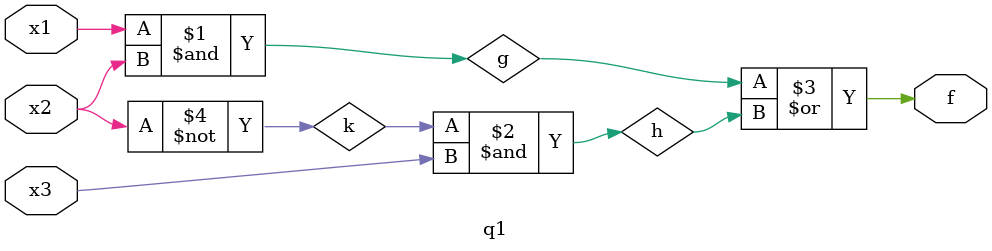
<source format=v>
module q1(x1,x2,x3,f);
input x1,x2,x3;
output f;
and(g,x1,x2);
not(k,x2);
and(h,k,x3);
or(f,g,h);
endmodule

</source>
